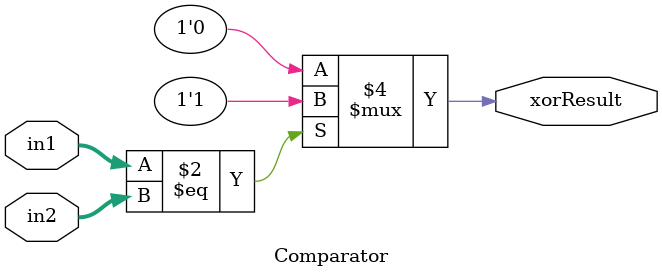
<source format=v>
`timescale 1ns / 1ps

/*module Comparator(
    input [31:0] in1,
    input [31:0] in2,
    output zero
    );
 xor z0(out0,in1[0],in2[0]);
 xor z1(out1,in1[1],in2[1]);
 xor z2(out2,in1[2],in2[2]);
 xor z3(out3,in1[3],in2[3]);
 xor z4(out4,in1[4],in2[4]);
 xor z5(out5,in1[5],in2[5]);
 xor z6(out6,in1[6],in2[6]);
 xor z7(out7,in1[7],in2[7]);
 xor z8(out8,in1[8],in2[8]);
 xor z9(out9,in1[9],in2[9]);
 xor z10(out10,in1[10],in2[10]);
 xor z11(out11,in1[11],in2[11]);
 xor z12(out12,in1[12],in2[12]);
 xor z13(out13,in1[13],in2[13]);
 xor z14(out14,in1[14],in2[14]);
 xor z15(out15,in1[15],in2[15]);
 xor z16(out16,in1[16],in2[16]);
 xor z17(out17,in1[17],in2[17]);
 xor z18(out18,in1[18],in2[18]);
 xor z19(out19,in1[19],in2[19]);
 xor z20(out20,in1[20],in2[20]);
 xor z21(out21,in1[21],in2[21]);
 xor z22(out22,in1[22],in2[22]);
 xor z23(out23,in1[23],in2[23]);
 xor z24(out24,in1[24],in2[24]);
 xor z25(out25,in1[25],in2[25]);
 xor z26(out26,in1[26],in2[26]);
 xor z27(out27,in1[27],in2[27]);
 xor z28(out28,in1[28],in2[28]);
 xor z29(out29,in1[29],in2[29]);
 xor z30(out30,in1[30],in2[30]);
 xor z31(out31,in1[31],in2[31]);
	or r1(OUT1,out1,out2);
	or r2(OUT2,out3,OUT1);
	or r3(OUT3,out4,OUT2);
	or r4(OUT4,out5,OUT3);
	or r5(OUT5,out6,OUT4);
	or r6(OUT6,out7,OUT5);
	or r7(OUT7,out8,OUT6);
	or r8(OUT8,out9,OUT7);
	or r9(OUT9,out10,OUT8);
	or r10(OUT10,out11,OUT9);
	or r11(OUt11,out12,OUT10);
	or r12(OUT12,out13,OUT11);
	or r13(OUT13,out14,OUT12);
	or r14(OUT14,out15,OUT13);
	or r15(OUT15,out16,OUT14);
	or r16(OUT16,out17,OUT15);
	or r17(OUT17,out18,OUT16);
	or r18(OUT18,out19,OUT17);
	or r19(OUT19,out20,OUT18);
	or r20(OUT20,out21,OUT19);
	or r21(OUT21,out22,OUT20);
	or r22(OUT22,out23,OUT21);
	or r23(OUT23,out24,OUT22);
	or r24(OUT24,out25,OUT23);
	or r25(OUT25,out26,OUT24);
	or r26(OUT26,out27,OUT25);
	or r27(OUT27,out28,OUT26);
	or r28(OUT28,out29,OUT27);
	or r29(OUT29,out30,OUT28);
	or r30(zero,out31,OUT29);
endmodule
*/
module Comparator(
    input [31:0] in1,
    input [31:0] in2,
    output reg xorResult
    );
always@(in1 or in2)
begin
	if(in1==in2)
	begin
 	xorResult=1'b1;
	end
	else
	begin
	xorResult=1'b0;
	end
 end 
endmodule

</source>
